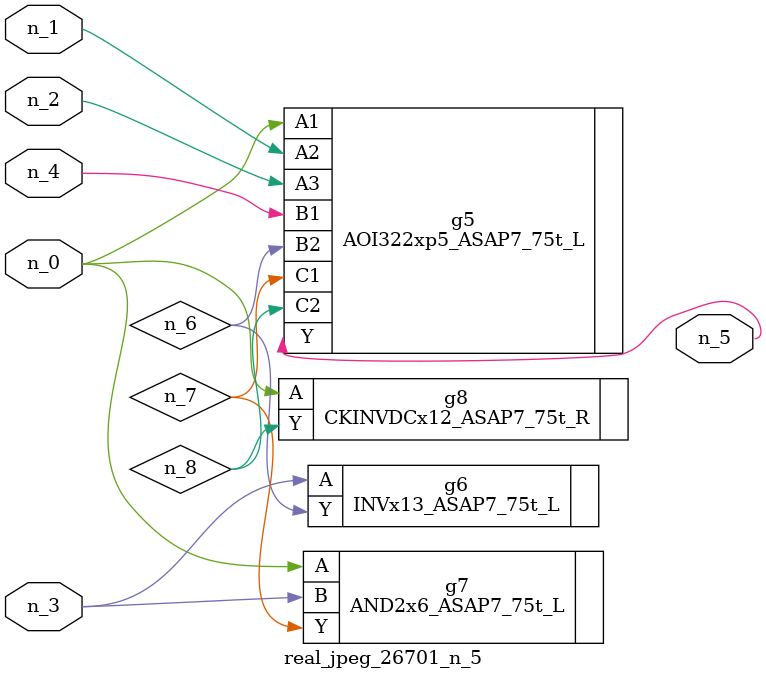
<source format=v>
module real_jpeg_26701_n_5 (n_4, n_0, n_1, n_2, n_3, n_5);

input n_4;
input n_0;
input n_1;
input n_2;
input n_3;

output n_5;

wire n_8;
wire n_6;
wire n_7;

AOI322xp5_ASAP7_75t_L g5 ( 
.A1(n_0),
.A2(n_1),
.A3(n_2),
.B1(n_4),
.B2(n_6),
.C1(n_7),
.C2(n_8),
.Y(n_5)
);

AND2x6_ASAP7_75t_L g7 ( 
.A(n_0),
.B(n_3),
.Y(n_7)
);

CKINVDCx12_ASAP7_75t_R g8 ( 
.A(n_0),
.Y(n_8)
);

INVx13_ASAP7_75t_L g6 ( 
.A(n_3),
.Y(n_6)
);


endmodule
</source>
